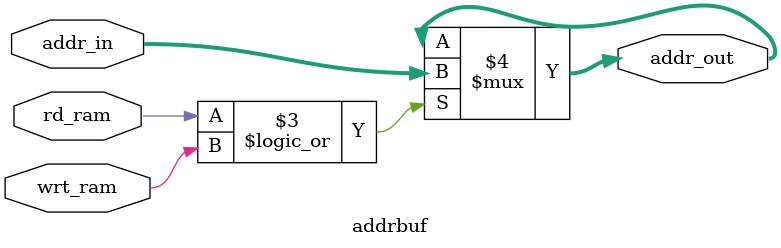
<source format=v>
module addrbuf(addr_in, addr_out, rd_ram, wrt_ram);
  input rd_ram, wrt_ram;
  input [23:0]addr_in;
  output [23:0]addr_out;
  
  assign addr_out=(rd_ram==1 || wrt_ram==1)?addr_in:addr_out;
      
endmodule

</source>
